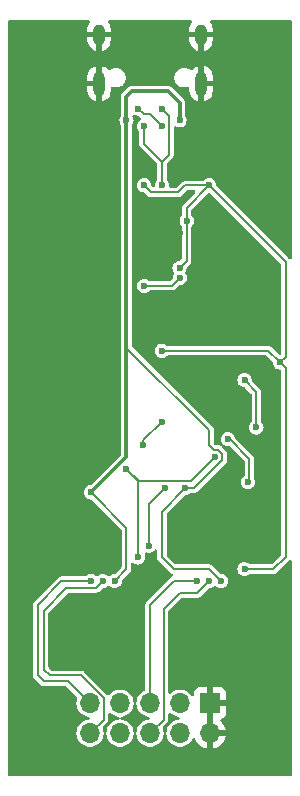
<source format=gbl>
%TF.GenerationSoftware,KiCad,Pcbnew,8.0.8*%
%TF.CreationDate,2025-04-09T23:46:09+08:00*%
%TF.ProjectId,usb-4uart,7573622d-3475-4617-9274-2e6b69636164,rev?*%
%TF.SameCoordinates,Original*%
%TF.FileFunction,Copper,L2,Bot*%
%TF.FilePolarity,Positive*%
%FSLAX46Y46*%
G04 Gerber Fmt 4.6, Leading zero omitted, Abs format (unit mm)*
G04 Created by KiCad (PCBNEW 8.0.8) date 2025-04-09 23:46:09*
%MOMM*%
%LPD*%
G01*
G04 APERTURE LIST*
%TA.AperFunction,ComponentPad*%
%ADD10O,1.000000X2.100000*%
%TD*%
%TA.AperFunction,ComponentPad*%
%ADD11O,1.000000X1.800000*%
%TD*%
%TA.AperFunction,ComponentPad*%
%ADD12R,1.700000X1.700000*%
%TD*%
%TA.AperFunction,ComponentPad*%
%ADD13O,1.700000X1.700000*%
%TD*%
%TA.AperFunction,ViaPad*%
%ADD14C,0.600000*%
%TD*%
%TA.AperFunction,Conductor*%
%ADD15C,0.200000*%
%TD*%
%TA.AperFunction,Conductor*%
%ADD16C,0.300000*%
%TD*%
G04 APERTURE END LIST*
D10*
%TO.P,USB1,1,SHELL*%
%TO.N,GND*%
X36820000Y-24382200D03*
%TO.P,USB1,2,SHELL*%
X28180000Y-24382200D03*
D11*
%TO.P,USB1,3,SHELL*%
X36820000Y-20232200D03*
%TO.P,USB1,4,SHELL*%
X28180000Y-20232200D03*
%TD*%
D12*
%TO.P,J1,1,Pin_1*%
%TO.N,GND*%
X37575000Y-76850000D03*
D13*
%TO.P,J1,2,Pin_2*%
X37575000Y-79390000D03*
%TO.P,J1,3,Pin_3*%
%TO.N,RX4*%
X35035000Y-76850000D03*
%TO.P,J1,4,Pin_4*%
%TO.N,TX4*%
X35035000Y-79390000D03*
%TO.P,J1,5,Pin_5*%
%TO.N,RX3*%
X32495000Y-76850000D03*
%TO.P,J1,6,Pin_6*%
%TO.N,TX3*%
X32495000Y-79390000D03*
%TO.P,J1,7,Pin_7*%
%TO.N,RX2*%
X29955000Y-76850000D03*
%TO.P,J1,8,Pin_8*%
%TO.N,TX2*%
X29955000Y-79390000D03*
%TO.P,J1,9,Pin_9*%
%TO.N,RX1*%
X27415000Y-76850000D03*
%TO.P,J1,10,Pin_10*%
%TO.N,TX1*%
X27415000Y-79390000D03*
%TD*%
D14*
%TO.N,GND*%
X28000500Y-62500000D03*
X36500000Y-43000000D03*
X37000000Y-71500000D03*
X29000000Y-62500000D03*
X29000000Y-70500000D03*
X37000000Y-61500000D03*
X37500000Y-34500000D03*
X36000000Y-70500000D03*
X28000000Y-70500000D03*
X37000000Y-69500000D03*
X39500000Y-43000000D03*
X28000000Y-61500000D03*
X28000000Y-37000000D03*
X41500000Y-21000000D03*
X36500000Y-46000000D03*
X37000000Y-44500000D03*
X42500000Y-49000000D03*
X38000000Y-62500000D03*
X24000000Y-21000000D03*
X37000000Y-70500000D03*
X38000000Y-45500000D03*
X38000000Y-44500000D03*
X35000000Y-37000000D03*
X39000000Y-44500000D03*
X37000000Y-62500000D03*
X28000000Y-63500000D03*
X34500000Y-74000000D03*
X39500000Y-59000000D03*
X41500000Y-76500000D03*
X39500000Y-46000000D03*
X23000000Y-76500000D03*
X28000000Y-69500000D03*
X27000000Y-62500000D03*
X37000000Y-63500000D03*
X27000000Y-70500000D03*
X38000000Y-43500000D03*
X36000000Y-62500000D03*
X35000000Y-48500000D03*
X24500000Y-73500000D03*
X24500000Y-41500000D03*
X31500000Y-66000000D03*
X26500000Y-58000000D03*
X28000000Y-71500000D03*
X34000000Y-39000000D03*
X38000000Y-70500000D03*
%TO.N,+3.3V*%
X30500000Y-57000000D03*
X37500000Y-33000000D03*
X31500000Y-64500000D03*
X38000000Y-56000000D03*
X35000000Y-40000000D03*
X33500000Y-47000000D03*
X43500000Y-48000000D03*
X40500000Y-65500000D03*
X32000000Y-33000000D03*
X35600000Y-36000000D03*
%TO.N,+5V*%
X30500000Y-27500000D03*
X27500000Y-59000000D03*
X29500000Y-66500000D03*
X35000000Y-27500000D03*
X35500000Y-58624265D03*
X38500000Y-66500000D03*
%TO.N,TX1*%
X28500000Y-66500000D03*
%TO.N,SUSP_IND*%
X35024263Y-40824266D03*
X32000000Y-41500000D03*
%TO.N,RX3*%
X36500000Y-66500000D03*
%TO.N,RX1*%
X27500000Y-66500000D03*
%TO.N,TX3*%
X37500000Y-66500000D03*
%TO.N,D1-*%
X33500000Y-53000000D03*
X31900000Y-55000000D03*
%TO.N,D4-*%
X40500000Y-49500000D03*
X41500000Y-53500000D03*
%TO.N,D3-*%
X40775735Y-58124265D03*
X39100000Y-54500000D03*
%TO.N,D2-*%
X32400000Y-63500000D03*
X33724265Y-58624265D03*
%TO.N,USB_IN+*%
X31500000Y-26500000D03*
X33500000Y-28000000D03*
%TO.N,USB_IN-*%
X33500000Y-33000000D03*
X32000000Y-28000000D03*
X33500000Y-26500000D03*
%TD*%
D15*
%TO.N,+3.3V*%
X42944650Y-65500000D02*
X44000000Y-64444650D01*
X43500000Y-48000000D02*
X44000000Y-47500000D01*
X44000000Y-48500000D02*
X43500000Y-48000000D01*
X35600000Y-34900000D02*
X37500000Y-33000000D01*
X42500000Y-47000000D02*
X33500000Y-47000000D01*
X35500000Y-33000000D02*
X37500000Y-33000000D01*
X35600000Y-36000000D02*
X35600000Y-34900000D01*
X32000000Y-33000000D02*
X32600000Y-33600000D01*
X40500000Y-65500000D02*
X42944650Y-65500000D01*
X43500000Y-48000000D02*
X42500000Y-47000000D01*
X44000000Y-64444650D02*
X44000000Y-48500000D01*
X32600000Y-33600000D02*
X34900000Y-33600000D01*
X31500000Y-64500000D02*
X31500000Y-58000000D01*
X34900000Y-33600000D02*
X35500000Y-33000000D01*
X44000000Y-47500000D02*
X44000000Y-39500000D01*
X44000000Y-39500000D02*
X37500000Y-33000000D01*
X30500000Y-57000000D02*
X31524265Y-58024265D01*
X31500000Y-58000000D02*
X30500000Y-57000000D01*
X35000000Y-40000000D02*
X35600000Y-39400000D01*
X35975735Y-58024265D02*
X38000000Y-56000000D01*
X31524265Y-58024265D02*
X35975735Y-58024265D01*
X35600000Y-39400000D02*
X35600000Y-36000000D01*
%TO.N,+5V*%
X37500000Y-55000000D02*
X37500000Y-53748529D01*
X33500000Y-60624265D02*
X33500000Y-64500000D01*
X27500000Y-59000000D02*
X30500000Y-62000000D01*
X35500000Y-58624265D02*
X36224264Y-58624265D01*
X33500000Y-64500000D02*
X34500000Y-65500000D01*
X37500000Y-65500000D02*
X38500000Y-66500000D01*
X30500000Y-62000000D02*
X30500000Y-65500000D01*
X30500000Y-46748529D02*
X30500000Y-46000000D01*
X38600000Y-56248529D02*
X38600000Y-55751471D01*
D16*
X34000000Y-25000000D02*
X35000000Y-26000000D01*
X30500000Y-27500000D02*
X30500000Y-25500000D01*
X30500000Y-25500000D02*
X31000000Y-25000000D01*
X35000000Y-26000000D02*
X35000000Y-27500000D01*
D15*
X35500000Y-58624265D02*
X33500000Y-60624265D01*
D16*
X30500000Y-56000000D02*
X30500000Y-46000000D01*
D15*
X36224264Y-58624265D02*
X38600000Y-56248529D01*
D16*
X30500000Y-27500000D02*
X30500000Y-46000000D01*
D15*
X30500000Y-65500000D02*
X29500000Y-66500000D01*
X34500000Y-65500000D02*
X37500000Y-65500000D01*
X38600000Y-55751471D02*
X38248529Y-55400000D01*
D16*
X31000000Y-25000000D02*
X34000000Y-25000000D01*
D15*
X37900000Y-55400000D02*
X37500000Y-55000000D01*
X38248529Y-55400000D02*
X37900000Y-55400000D01*
D16*
X27500000Y-59000000D02*
X30500000Y-56000000D01*
D15*
X37500000Y-53748529D02*
X30500000Y-46748529D01*
%TO.N,TX1*%
X28565000Y-78240000D02*
X27415000Y-79390000D01*
X27900000Y-67100000D02*
X25400000Y-67100000D01*
X24000000Y-74500000D02*
X26691346Y-74500000D01*
X28500000Y-66500000D02*
X27900000Y-67100000D01*
X26691346Y-74500000D02*
X28565000Y-76373654D01*
X25400000Y-67100000D02*
X23500000Y-69000000D01*
X23500000Y-69000000D02*
X23500000Y-74000000D01*
X28565000Y-76373654D02*
X28565000Y-78240000D01*
X23500000Y-74000000D02*
X24000000Y-74500000D01*
%TO.N,SUSP_IND*%
X35024263Y-40824266D02*
X34348529Y-41500000D01*
X34348529Y-41500000D02*
X32000000Y-41500000D01*
%TO.N,RX3*%
X32495000Y-68505000D02*
X32495000Y-76850000D01*
X36500000Y-66500000D02*
X34500000Y-66500000D01*
X34500000Y-66500000D02*
X32495000Y-68505000D01*
%TO.N,RX1*%
X27500000Y-66500000D02*
X25000000Y-66500000D01*
X25000000Y-66500000D02*
X23000000Y-68500000D01*
X23500000Y-75000000D02*
X25565000Y-75000000D01*
X23000000Y-68500000D02*
X23000000Y-74500000D01*
X25565000Y-75000000D02*
X27415000Y-76850000D01*
X23000000Y-74500000D02*
X23500000Y-75000000D01*
%TO.N,TX3*%
X36500000Y-67500000D02*
X35000000Y-67500000D01*
X37500000Y-66500000D02*
X36500000Y-67500000D01*
X33645000Y-68855000D02*
X33645000Y-78240000D01*
X33645000Y-78240000D02*
X32495000Y-79390000D01*
X35000000Y-67500000D02*
X33645000Y-68855000D01*
%TO.N,D1-*%
X31900000Y-54600000D02*
X33500000Y-53000000D01*
X31900000Y-55000000D02*
X31900000Y-54600000D01*
%TO.N,D4-*%
X40500000Y-49500000D02*
X41500000Y-50500000D01*
X41500000Y-50500000D02*
X41500000Y-53500000D01*
%TO.N,D3-*%
X40900000Y-58000000D02*
X40775735Y-58124265D01*
X39250000Y-54500000D02*
X40900000Y-56150000D01*
X39100000Y-54500000D02*
X39250000Y-54500000D01*
X40900000Y-56150000D02*
X40900000Y-58000000D01*
%TO.N,D2-*%
X32400000Y-59948530D02*
X32400000Y-63500000D01*
X33724265Y-58624265D02*
X32400000Y-59948530D01*
%TO.N,USB_IN+*%
X32500000Y-27000000D02*
X33500000Y-28000000D01*
X31500000Y-26500000D02*
X32000000Y-27000000D01*
X32000000Y-27000000D02*
X32500000Y-27000000D01*
%TO.N,USB_IN-*%
X34100000Y-27100000D02*
X34100000Y-30400000D01*
X32000000Y-29500000D02*
X33500000Y-31000000D01*
X32000000Y-28000000D02*
X32000000Y-29500000D01*
X33500000Y-31000000D02*
X33500000Y-33000000D01*
X33500000Y-26500000D02*
X34100000Y-27100000D01*
X34100000Y-30400000D02*
X33500000Y-31000000D01*
%TD*%
%TA.AperFunction,Conductor*%
%TO.N,GND*%
G36*
X27368085Y-19020185D02*
G01*
X27413840Y-19072989D01*
X27423784Y-19142147D01*
X27404148Y-19193391D01*
X27293814Y-19358515D01*
X27293807Y-19358528D01*
X27218430Y-19540506D01*
X27218427Y-19540518D01*
X27180000Y-19733704D01*
X27180000Y-19982200D01*
X27880000Y-19982200D01*
X27880000Y-20482200D01*
X27180000Y-20482200D01*
X27180000Y-20730695D01*
X27218427Y-20923881D01*
X27218430Y-20923893D01*
X27293807Y-21105871D01*
X27293814Y-21105884D01*
X27403248Y-21269662D01*
X27403251Y-21269666D01*
X27542533Y-21408948D01*
X27542537Y-21408951D01*
X27706315Y-21518385D01*
X27706328Y-21518392D01*
X27888308Y-21593769D01*
X27930000Y-21602062D01*
X27930000Y-20799188D01*
X27939940Y-20816405D01*
X27995795Y-20872260D01*
X28064204Y-20911756D01*
X28140504Y-20932200D01*
X28219496Y-20932200D01*
X28295796Y-20911756D01*
X28364205Y-20872260D01*
X28420060Y-20816405D01*
X28430000Y-20799188D01*
X28430000Y-21602062D01*
X28471690Y-21593769D01*
X28471692Y-21593769D01*
X28653671Y-21518392D01*
X28653684Y-21518385D01*
X28817462Y-21408951D01*
X28817466Y-21408948D01*
X28956748Y-21269666D01*
X28956751Y-21269662D01*
X29066185Y-21105884D01*
X29066192Y-21105871D01*
X29141569Y-20923893D01*
X29141572Y-20923881D01*
X29179999Y-20730695D01*
X29180000Y-20730692D01*
X29180000Y-20482200D01*
X28480000Y-20482200D01*
X28480000Y-19982200D01*
X29180000Y-19982200D01*
X29180000Y-19733708D01*
X29179999Y-19733704D01*
X29141572Y-19540518D01*
X29141569Y-19540506D01*
X29066192Y-19358528D01*
X29066185Y-19358515D01*
X28955852Y-19193391D01*
X28934974Y-19126714D01*
X28953458Y-19059333D01*
X29005437Y-19012643D01*
X29058954Y-19000500D01*
X35941046Y-19000500D01*
X36008085Y-19020185D01*
X36053840Y-19072989D01*
X36063784Y-19142147D01*
X36044148Y-19193391D01*
X35933814Y-19358515D01*
X35933807Y-19358528D01*
X35858430Y-19540506D01*
X35858427Y-19540518D01*
X35820000Y-19733704D01*
X35820000Y-19982200D01*
X36520000Y-19982200D01*
X36520000Y-20482200D01*
X35820000Y-20482200D01*
X35820000Y-20730695D01*
X35858427Y-20923881D01*
X35858430Y-20923893D01*
X35933807Y-21105871D01*
X35933814Y-21105884D01*
X36043248Y-21269662D01*
X36043251Y-21269666D01*
X36182533Y-21408948D01*
X36182537Y-21408951D01*
X36346315Y-21518385D01*
X36346328Y-21518392D01*
X36528308Y-21593769D01*
X36570000Y-21602062D01*
X36570000Y-20799188D01*
X36579940Y-20816405D01*
X36635795Y-20872260D01*
X36704204Y-20911756D01*
X36780504Y-20932200D01*
X36859496Y-20932200D01*
X36935796Y-20911756D01*
X37004205Y-20872260D01*
X37060060Y-20816405D01*
X37070000Y-20799188D01*
X37070000Y-21602062D01*
X37111690Y-21593769D01*
X37111692Y-21593769D01*
X37293671Y-21518392D01*
X37293684Y-21518385D01*
X37457462Y-21408951D01*
X37457466Y-21408948D01*
X37596748Y-21269666D01*
X37596751Y-21269662D01*
X37706185Y-21105884D01*
X37706192Y-21105871D01*
X37781569Y-20923893D01*
X37781572Y-20923881D01*
X37819999Y-20730695D01*
X37820000Y-20730692D01*
X37820000Y-20482200D01*
X37120000Y-20482200D01*
X37120000Y-19982200D01*
X37820000Y-19982200D01*
X37820000Y-19733708D01*
X37819999Y-19733704D01*
X37781572Y-19540518D01*
X37781569Y-19540506D01*
X37706192Y-19358528D01*
X37706185Y-19358515D01*
X37595852Y-19193391D01*
X37574974Y-19126714D01*
X37593458Y-19059333D01*
X37645437Y-19012643D01*
X37698954Y-19000500D01*
X44375500Y-19000500D01*
X44442539Y-19020185D01*
X44488294Y-19072989D01*
X44499500Y-19124500D01*
X44499500Y-39133745D01*
X44479815Y-39200784D01*
X44427011Y-39246539D01*
X44357853Y-39256483D01*
X44294297Y-39227458D01*
X44287819Y-39221426D01*
X38141402Y-33075009D01*
X38107917Y-33013686D01*
X38106144Y-33003513D01*
X38105681Y-32999999D01*
X38085044Y-32843238D01*
X38024536Y-32697159D01*
X37928282Y-32571718D01*
X37802841Y-32475464D01*
X37656762Y-32414956D01*
X37656760Y-32414955D01*
X37500001Y-32394318D01*
X37499999Y-32394318D01*
X37343239Y-32414955D01*
X37343237Y-32414956D01*
X37197160Y-32475463D01*
X37197159Y-32475464D01*
X37071718Y-32571718D01*
X37071716Y-32571720D01*
X37068907Y-32573876D01*
X37003737Y-32599070D01*
X36993420Y-32599500D01*
X35447273Y-32599500D01*
X35345410Y-32626793D01*
X35254087Y-32679520D01*
X35254084Y-32679522D01*
X34770426Y-33163181D01*
X34709103Y-33196666D01*
X34682745Y-33199500D01*
X34220812Y-33199500D01*
X34153773Y-33179815D01*
X34108018Y-33127011D01*
X34097873Y-33059314D01*
X34105220Y-33003513D01*
X34105682Y-33000000D01*
X34085044Y-32843238D01*
X34024536Y-32697159D01*
X34024535Y-32697158D01*
X34024535Y-32697157D01*
X33926124Y-32568905D01*
X33900930Y-32503736D01*
X33900500Y-32493419D01*
X33900500Y-31217255D01*
X33920185Y-31150216D01*
X33936819Y-31129574D01*
X34420480Y-30645913D01*
X34473207Y-30554588D01*
X34500500Y-30452727D01*
X34500500Y-30347273D01*
X34500500Y-28125081D01*
X34520185Y-28058042D01*
X34572989Y-28012287D01*
X34642147Y-28002343D01*
X34689153Y-28022144D01*
X34690119Y-28020472D01*
X34697157Y-28024534D01*
X34697159Y-28024536D01*
X34843238Y-28085044D01*
X34921619Y-28095363D01*
X34999999Y-28105682D01*
X35000000Y-28105682D01*
X35000001Y-28105682D01*
X35052254Y-28098802D01*
X35156762Y-28085044D01*
X35302841Y-28024536D01*
X35428282Y-27928282D01*
X35524536Y-27802841D01*
X35585044Y-27656762D01*
X35605682Y-27500000D01*
X35601808Y-27470577D01*
X35588989Y-27373207D01*
X35585044Y-27343238D01*
X35524536Y-27197159D01*
X35524535Y-27197158D01*
X35524535Y-27197157D01*
X35476124Y-27134066D01*
X35450930Y-27068896D01*
X35450500Y-27058580D01*
X35450500Y-25940693D01*
X35450500Y-25940691D01*
X35419799Y-25826114D01*
X35391220Y-25776614D01*
X35360490Y-25723387D01*
X34276614Y-24639511D01*
X34225250Y-24609856D01*
X34173888Y-24580201D01*
X34161780Y-24576957D01*
X34149673Y-24573713D01*
X34149670Y-24573712D01*
X34111478Y-24563478D01*
X34059309Y-24549500D01*
X30940691Y-24549500D01*
X30850325Y-24573713D01*
X30850324Y-24573712D01*
X30826115Y-24580200D01*
X30826106Y-24580204D01*
X30723392Y-24639505D01*
X30723384Y-24639511D01*
X30139513Y-25223383D01*
X30139509Y-25223389D01*
X30080201Y-25326112D01*
X30080200Y-25326117D01*
X30049500Y-25440691D01*
X30049500Y-27058580D01*
X30029815Y-27125619D01*
X30023876Y-27134066D01*
X29975464Y-27197157D01*
X29914956Y-27343237D01*
X29914955Y-27343239D01*
X29894318Y-27499998D01*
X29894318Y-27500001D01*
X29914955Y-27656760D01*
X29914957Y-27656765D01*
X29975461Y-27802836D01*
X29975464Y-27802841D01*
X30023876Y-27865933D01*
X30049070Y-27931102D01*
X30049500Y-27941419D01*
X30049500Y-55762034D01*
X30029815Y-55829073D01*
X30013181Y-55849715D01*
X27493578Y-58369317D01*
X27432255Y-58402802D01*
X27422084Y-58404575D01*
X27343238Y-58414956D01*
X27197160Y-58475463D01*
X27071718Y-58571718D01*
X26975463Y-58697160D01*
X26914956Y-58843237D01*
X26914955Y-58843239D01*
X26894318Y-58999998D01*
X26894318Y-59000001D01*
X26914955Y-59156760D01*
X26914956Y-59156762D01*
X26975464Y-59302841D01*
X27071718Y-59428282D01*
X27197159Y-59524536D01*
X27343238Y-59585044D01*
X27500000Y-59605682D01*
X27500001Y-59605681D01*
X27503513Y-59606144D01*
X27567410Y-59634410D01*
X27575009Y-59641402D01*
X30063181Y-62129573D01*
X30096666Y-62190896D01*
X30099500Y-62217254D01*
X30099500Y-65282744D01*
X30079815Y-65349783D01*
X30063181Y-65370425D01*
X29575008Y-65858597D01*
X29513685Y-65892082D01*
X29503513Y-65893855D01*
X29343238Y-65914956D01*
X29343237Y-65914956D01*
X29197157Y-65975464D01*
X29075486Y-66068826D01*
X29010317Y-66094020D01*
X28941872Y-66079981D01*
X28924514Y-66068826D01*
X28802842Y-65975464D01*
X28656762Y-65914956D01*
X28656760Y-65914955D01*
X28500001Y-65894318D01*
X28499999Y-65894318D01*
X28343239Y-65914955D01*
X28343237Y-65914956D01*
X28197157Y-65975464D01*
X28075486Y-66068826D01*
X28010317Y-66094020D01*
X27941872Y-66079981D01*
X27924514Y-66068826D01*
X27802842Y-65975464D01*
X27656762Y-65914956D01*
X27656760Y-65914955D01*
X27500001Y-65894318D01*
X27499999Y-65894318D01*
X27343239Y-65914955D01*
X27343237Y-65914956D01*
X27197160Y-65975463D01*
X27197159Y-65975464D01*
X27071718Y-66071718D01*
X27071716Y-66071720D01*
X27068907Y-66073876D01*
X27003737Y-66099070D01*
X26993420Y-66099500D01*
X24947273Y-66099500D01*
X24845410Y-66126793D01*
X24754087Y-66179520D01*
X24754084Y-66179522D01*
X22679522Y-68254084D01*
X22679520Y-68254087D01*
X22626792Y-68345412D01*
X22625452Y-68350412D01*
X22625453Y-68350413D01*
X22599500Y-68447273D01*
X22599500Y-74552726D01*
X22626793Y-74654589D01*
X22653156Y-74700250D01*
X22679520Y-74745913D01*
X22679521Y-74745914D01*
X22679522Y-74745915D01*
X23175179Y-75241571D01*
X23175189Y-75241582D01*
X23254088Y-75320481D01*
X23299750Y-75346843D01*
X23299752Y-75346845D01*
X23334421Y-75366861D01*
X23345412Y-75373207D01*
X23447273Y-75400500D01*
X23552727Y-75400500D01*
X25347745Y-75400500D01*
X25414784Y-75420185D01*
X25435426Y-75436819D01*
X26306805Y-76308198D01*
X26340290Y-76369521D01*
X26338390Y-76429813D01*
X26279244Y-76637687D01*
X26262454Y-76818888D01*
X26259571Y-76850000D01*
X26279244Y-77062310D01*
X26332675Y-77250099D01*
X26337596Y-77267392D01*
X26337596Y-77267394D01*
X26432632Y-77458253D01*
X26504385Y-77553268D01*
X26561128Y-77628407D01*
X26718698Y-77772052D01*
X26899981Y-77884298D01*
X27098802Y-77961321D01*
X27295613Y-77998111D01*
X27357893Y-78029779D01*
X27393166Y-78090092D01*
X27390232Y-78159900D01*
X27350023Y-78217040D01*
X27295613Y-78241888D01*
X27098802Y-78278679D01*
X27098799Y-78278679D01*
X27098799Y-78278680D01*
X26899982Y-78355701D01*
X26899980Y-78355702D01*
X26718699Y-78467947D01*
X26561127Y-78611593D01*
X26432632Y-78781746D01*
X26337596Y-78972605D01*
X26337596Y-78972607D01*
X26279244Y-79177689D01*
X26265671Y-79324174D01*
X26259571Y-79390000D01*
X26279244Y-79602310D01*
X26332675Y-79790099D01*
X26337596Y-79807392D01*
X26337596Y-79807394D01*
X26432632Y-79998253D01*
X26561127Y-80168406D01*
X26561128Y-80168407D01*
X26718698Y-80312052D01*
X26899981Y-80424298D01*
X27098802Y-80501321D01*
X27308390Y-80540500D01*
X27308392Y-80540500D01*
X27521608Y-80540500D01*
X27521610Y-80540500D01*
X27731198Y-80501321D01*
X27930019Y-80424298D01*
X28111302Y-80312052D01*
X28268872Y-80168407D01*
X28397366Y-79998255D01*
X28451270Y-79890000D01*
X28492403Y-79807394D01*
X28492403Y-79807393D01*
X28492405Y-79807389D01*
X28550756Y-79602310D01*
X28561529Y-79486047D01*
X28587315Y-79421111D01*
X28631869Y-79389194D01*
X28595497Y-79368331D01*
X28563307Y-79306318D01*
X28561529Y-79293951D01*
X28560849Y-79286613D01*
X28550756Y-79177690D01*
X28492405Y-78972611D01*
X28491609Y-78969813D01*
X28492195Y-78899946D01*
X28523192Y-78848199D01*
X28810910Y-78560481D01*
X28810913Y-78560480D01*
X28885480Y-78485913D01*
X28938207Y-78394587D01*
X28948626Y-78355702D01*
X28965501Y-78292727D01*
X28965501Y-78187273D01*
X28965501Y-78179678D01*
X28965500Y-78179660D01*
X28965500Y-77785599D01*
X28985185Y-77718560D01*
X29037989Y-77672805D01*
X29107147Y-77662861D01*
X29170703Y-77691886D01*
X29172996Y-77693924D01*
X29258698Y-77772052D01*
X29439981Y-77884298D01*
X29638802Y-77961321D01*
X29835613Y-77998111D01*
X29897893Y-78029779D01*
X29933166Y-78090092D01*
X29930232Y-78159900D01*
X29890023Y-78217040D01*
X29835613Y-78241888D01*
X29638802Y-78278679D01*
X29638799Y-78278679D01*
X29638799Y-78278680D01*
X29439982Y-78355701D01*
X29439980Y-78355702D01*
X29258699Y-78467947D01*
X29101125Y-78611595D01*
X29088684Y-78628070D01*
X29085523Y-78630415D01*
X29077331Y-78643104D01*
X28972633Y-78781746D01*
X28877596Y-78972605D01*
X28877596Y-78972607D01*
X28819244Y-79177689D01*
X28808471Y-79293951D01*
X28782685Y-79358888D01*
X28738130Y-79390804D01*
X28774503Y-79411668D01*
X28806693Y-79473681D01*
X28808470Y-79486047D01*
X28819244Y-79602310D01*
X28872675Y-79790099D01*
X28877596Y-79807392D01*
X28877596Y-79807394D01*
X28972632Y-79998253D01*
X29101127Y-80168406D01*
X29101128Y-80168407D01*
X29258698Y-80312052D01*
X29439981Y-80424298D01*
X29638802Y-80501321D01*
X29848390Y-80540500D01*
X29848392Y-80540500D01*
X30061608Y-80540500D01*
X30061610Y-80540500D01*
X30271198Y-80501321D01*
X30470019Y-80424298D01*
X30651302Y-80312052D01*
X30808872Y-80168407D01*
X30937366Y-79998255D01*
X30991270Y-79890000D01*
X31032403Y-79807394D01*
X31032403Y-79807393D01*
X31032405Y-79807389D01*
X31090756Y-79602310D01*
X31101529Y-79486047D01*
X31127315Y-79421111D01*
X31171869Y-79389194D01*
X31135497Y-79368331D01*
X31103307Y-79306318D01*
X31101529Y-79293951D01*
X31100849Y-79286613D01*
X31090756Y-79177690D01*
X31032405Y-78972611D01*
X31032403Y-78972606D01*
X31032403Y-78972605D01*
X30937367Y-78781746D01*
X30808872Y-78611593D01*
X30752804Y-78560480D01*
X30651302Y-78467948D01*
X30470019Y-78355702D01*
X30470017Y-78355701D01*
X30360718Y-78313359D01*
X30271198Y-78278679D01*
X30074385Y-78241888D01*
X30012106Y-78210221D01*
X29976833Y-78149908D01*
X29979767Y-78080100D01*
X30019976Y-78022960D01*
X30074384Y-77998111D01*
X30271198Y-77961321D01*
X30470019Y-77884298D01*
X30651302Y-77772052D01*
X30808872Y-77628407D01*
X30937366Y-77458255D01*
X30991270Y-77350000D01*
X31032403Y-77267394D01*
X31032403Y-77267393D01*
X31032405Y-77267389D01*
X31090756Y-77062310D01*
X31101529Y-76946047D01*
X31127315Y-76881111D01*
X31171869Y-76849194D01*
X31135497Y-76828331D01*
X31103307Y-76766318D01*
X31101529Y-76753951D01*
X31100849Y-76746613D01*
X31090756Y-76637690D01*
X31032405Y-76432611D01*
X31032403Y-76432606D01*
X31032403Y-76432605D01*
X30937367Y-76241746D01*
X30808872Y-76071593D01*
X30677874Y-75952172D01*
X30651302Y-75927948D01*
X30470019Y-75815702D01*
X30470017Y-75815701D01*
X30320829Y-75757906D01*
X30271198Y-75738679D01*
X30061610Y-75699500D01*
X29848390Y-75699500D01*
X29638802Y-75738679D01*
X29638799Y-75738679D01*
X29638799Y-75738680D01*
X29439982Y-75815701D01*
X29439980Y-75815702D01*
X29258699Y-75927947D01*
X29101128Y-76071592D01*
X29070059Y-76112734D01*
X29013949Y-76154369D01*
X28944237Y-76159059D01*
X28883425Y-76125686D01*
X26937261Y-74179522D01*
X26937259Y-74179520D01*
X26891596Y-74153156D01*
X26845935Y-74126793D01*
X26795003Y-74113146D01*
X26744073Y-74099500D01*
X26744072Y-74099500D01*
X24217254Y-74099500D01*
X24150215Y-74079815D01*
X24129573Y-74063181D01*
X23936819Y-73870426D01*
X23903334Y-73809103D01*
X23900500Y-73782745D01*
X23900500Y-69217254D01*
X23920185Y-69150215D01*
X23936819Y-69129573D01*
X25529573Y-67536819D01*
X25590896Y-67503334D01*
X25617254Y-67500500D01*
X27952725Y-67500500D01*
X27952727Y-67500500D01*
X28054588Y-67473207D01*
X28145913Y-67420480D01*
X28424992Y-67141399D01*
X28486311Y-67107917D01*
X28496485Y-67106144D01*
X28499997Y-67105681D01*
X28500000Y-67105682D01*
X28656762Y-67085044D01*
X28802841Y-67024536D01*
X28924515Y-66931171D01*
X28989683Y-66905979D01*
X29058127Y-66920017D01*
X29075478Y-66931167D01*
X29197159Y-67024536D01*
X29343238Y-67085044D01*
X29421619Y-67095363D01*
X29499999Y-67105682D01*
X29500000Y-67105682D01*
X29500001Y-67105682D01*
X29552254Y-67098802D01*
X29656762Y-67085044D01*
X29802841Y-67024536D01*
X29928282Y-66928282D01*
X30024536Y-66802841D01*
X30085044Y-66656762D01*
X30105682Y-66500000D01*
X30105681Y-66499997D01*
X30106144Y-66496485D01*
X30134410Y-66432589D01*
X30141391Y-66425000D01*
X30735703Y-65830687D01*
X30735708Y-65830684D01*
X30745911Y-65820480D01*
X30745913Y-65820480D01*
X30820480Y-65745913D01*
X30873207Y-65654587D01*
X30900501Y-65552727D01*
X30900501Y-65447273D01*
X30900501Y-65439678D01*
X30900500Y-65439660D01*
X30900500Y-65048348D01*
X30920185Y-64981309D01*
X30972989Y-64935554D01*
X31042147Y-64925610D01*
X31099985Y-64949972D01*
X31133206Y-64975463D01*
X31197157Y-65024535D01*
X31197158Y-65024535D01*
X31197159Y-65024536D01*
X31343238Y-65085044D01*
X31421619Y-65095363D01*
X31499999Y-65105682D01*
X31500000Y-65105682D01*
X31500001Y-65105682D01*
X31552254Y-65098802D01*
X31656762Y-65085044D01*
X31802841Y-65024536D01*
X31928282Y-64928282D01*
X32024536Y-64802841D01*
X32085044Y-64656762D01*
X32105682Y-64500000D01*
X32098740Y-64447273D01*
X32085044Y-64343239D01*
X32085044Y-64343238D01*
X32037743Y-64229045D01*
X32030275Y-64159579D01*
X32061550Y-64097100D01*
X32121638Y-64061447D01*
X32191464Y-64063940D01*
X32199757Y-64067034D01*
X32211066Y-64071718D01*
X32243238Y-64085044D01*
X32321619Y-64095363D01*
X32399999Y-64105682D01*
X32400000Y-64105682D01*
X32400001Y-64105682D01*
X32465187Y-64097100D01*
X32556762Y-64085044D01*
X32702841Y-64024536D01*
X32828282Y-63928282D01*
X32877125Y-63864628D01*
X32933552Y-63823426D01*
X33003298Y-63819271D01*
X33064218Y-63853483D01*
X33096971Y-63915200D01*
X33099500Y-63940115D01*
X33099500Y-64552726D01*
X33126793Y-64654589D01*
X33147563Y-64690563D01*
X33179520Y-64745913D01*
X33179521Y-64745914D01*
X33179522Y-64745915D01*
X34175179Y-65741571D01*
X34175189Y-65741582D01*
X34179519Y-65745912D01*
X34179520Y-65745913D01*
X34254087Y-65820480D01*
X34294768Y-65843967D01*
X34345413Y-65873207D01*
X34371605Y-65880225D01*
X34431265Y-65916591D01*
X34461794Y-65979438D01*
X34453499Y-66048813D01*
X34409013Y-66102691D01*
X34371606Y-66119774D01*
X34363364Y-66121982D01*
X34345410Y-66126793D01*
X34254087Y-66179520D01*
X34254084Y-66179522D01*
X32174522Y-68259084D01*
X32174518Y-68259090D01*
X32121792Y-68350412D01*
X32121793Y-68350413D01*
X32094500Y-68452273D01*
X32094500Y-75686394D01*
X32074815Y-75753433D01*
X32022011Y-75799188D01*
X32015295Y-75802020D01*
X31979987Y-75815698D01*
X31979979Y-75815702D01*
X31798699Y-75927947D01*
X31641127Y-76071593D01*
X31512632Y-76241746D01*
X31417596Y-76432605D01*
X31417596Y-76432607D01*
X31359244Y-76637689D01*
X31348471Y-76753951D01*
X31322685Y-76818888D01*
X31278130Y-76850804D01*
X31314503Y-76871668D01*
X31346693Y-76933681D01*
X31348470Y-76946047D01*
X31359244Y-77062310D01*
X31412675Y-77250099D01*
X31417596Y-77267392D01*
X31417596Y-77267394D01*
X31512632Y-77458253D01*
X31584385Y-77553268D01*
X31641128Y-77628407D01*
X31798698Y-77772052D01*
X31979981Y-77884298D01*
X32178802Y-77961321D01*
X32375613Y-77998111D01*
X32437893Y-78029779D01*
X32473166Y-78090092D01*
X32470232Y-78159900D01*
X32430023Y-78217040D01*
X32375613Y-78241888D01*
X32178802Y-78278679D01*
X32178799Y-78278679D01*
X32178799Y-78278680D01*
X31979982Y-78355701D01*
X31979980Y-78355702D01*
X31798699Y-78467947D01*
X31641127Y-78611593D01*
X31512632Y-78781746D01*
X31417596Y-78972605D01*
X31417596Y-78972607D01*
X31359244Y-79177689D01*
X31348471Y-79293951D01*
X31322685Y-79358888D01*
X31278130Y-79390804D01*
X31314503Y-79411668D01*
X31346693Y-79473681D01*
X31348470Y-79486047D01*
X31359244Y-79602310D01*
X31412675Y-79790099D01*
X31417596Y-79807392D01*
X31417596Y-79807394D01*
X31512632Y-79998253D01*
X31641127Y-80168406D01*
X31641128Y-80168407D01*
X31798698Y-80312052D01*
X31979981Y-80424298D01*
X32178802Y-80501321D01*
X32388390Y-80540500D01*
X32388392Y-80540500D01*
X32601608Y-80540500D01*
X32601610Y-80540500D01*
X32811198Y-80501321D01*
X33010019Y-80424298D01*
X33191302Y-80312052D01*
X33348872Y-80168407D01*
X33477366Y-79998255D01*
X33531270Y-79890000D01*
X33572403Y-79807394D01*
X33572403Y-79807393D01*
X33572405Y-79807389D01*
X33630756Y-79602310D01*
X33641529Y-79486047D01*
X33667315Y-79421111D01*
X33711869Y-79389194D01*
X33675497Y-79368331D01*
X33643307Y-79306318D01*
X33641529Y-79293951D01*
X33640849Y-79286613D01*
X33630756Y-79177690D01*
X33572405Y-78972611D01*
X33571609Y-78969813D01*
X33572195Y-78899946D01*
X33603192Y-78848199D01*
X33890910Y-78560481D01*
X33890913Y-78560480D01*
X33965480Y-78485913D01*
X34018207Y-78394587D01*
X34028626Y-78355702D01*
X34045501Y-78292727D01*
X34045501Y-78187273D01*
X34045501Y-78179678D01*
X34045500Y-78179660D01*
X34045500Y-77785599D01*
X34065185Y-77718560D01*
X34117989Y-77672805D01*
X34187147Y-77662861D01*
X34250703Y-77691886D01*
X34252996Y-77693924D01*
X34338698Y-77772052D01*
X34519981Y-77884298D01*
X34718802Y-77961321D01*
X34915613Y-77998111D01*
X34977893Y-78029779D01*
X35013166Y-78090092D01*
X35010232Y-78159900D01*
X34970023Y-78217040D01*
X34915613Y-78241888D01*
X34718802Y-78278679D01*
X34718799Y-78278679D01*
X34718799Y-78278680D01*
X34519982Y-78355701D01*
X34519980Y-78355702D01*
X34338699Y-78467947D01*
X34181125Y-78611595D01*
X34168684Y-78628070D01*
X34165523Y-78630415D01*
X34157331Y-78643104D01*
X34052633Y-78781746D01*
X33957596Y-78972605D01*
X33957596Y-78972607D01*
X33899244Y-79177689D01*
X33888471Y-79293951D01*
X33862685Y-79358888D01*
X33818130Y-79390804D01*
X33854503Y-79411668D01*
X33886693Y-79473681D01*
X33888470Y-79486047D01*
X33899244Y-79602310D01*
X33952675Y-79790099D01*
X33957596Y-79807392D01*
X33957596Y-79807394D01*
X34052632Y-79998253D01*
X34181127Y-80168406D01*
X34181128Y-80168407D01*
X34338698Y-80312052D01*
X34519981Y-80424298D01*
X34718802Y-80501321D01*
X34928390Y-80540500D01*
X34928392Y-80540500D01*
X35141608Y-80540500D01*
X35141610Y-80540500D01*
X35351198Y-80501321D01*
X35550019Y-80424298D01*
X35731302Y-80312052D01*
X35888872Y-80168407D01*
X36017366Y-79998255D01*
X36084325Y-79863781D01*
X36131825Y-79812548D01*
X36199488Y-79795126D01*
X36265828Y-79817051D01*
X36307705Y-79866651D01*
X36401399Y-80067578D01*
X36536894Y-80261082D01*
X36703917Y-80428105D01*
X36897421Y-80563600D01*
X37111507Y-80663429D01*
X37111516Y-80663433D01*
X37325000Y-80720634D01*
X37325000Y-79823012D01*
X37382007Y-79855925D01*
X37509174Y-79890000D01*
X37640826Y-79890000D01*
X37767993Y-79855925D01*
X37825000Y-79823012D01*
X37825000Y-80720633D01*
X38038483Y-80663433D01*
X38038492Y-80663429D01*
X38252578Y-80563600D01*
X38446082Y-80428105D01*
X38613105Y-80261082D01*
X38748600Y-80067578D01*
X38848429Y-79853492D01*
X38848432Y-79853486D01*
X38905636Y-79640000D01*
X38008012Y-79640000D01*
X38040925Y-79582993D01*
X38075000Y-79455826D01*
X38075000Y-79324174D01*
X38040925Y-79197007D01*
X38008012Y-79140000D01*
X38905636Y-79140000D01*
X38905635Y-79139999D01*
X38848432Y-78926513D01*
X38848429Y-78926507D01*
X38748600Y-78712422D01*
X38748599Y-78712420D01*
X38613113Y-78518926D01*
X38613108Y-78518920D01*
X38490665Y-78396477D01*
X38457180Y-78335154D01*
X38462164Y-78265462D01*
X38504036Y-78209529D01*
X38535013Y-78192614D01*
X38667086Y-78143354D01*
X38667093Y-78143350D01*
X38782187Y-78057190D01*
X38782190Y-78057187D01*
X38868350Y-77942093D01*
X38868354Y-77942086D01*
X38918596Y-77807379D01*
X38918598Y-77807372D01*
X38924999Y-77747844D01*
X38925000Y-77747827D01*
X38925000Y-77100000D01*
X38008012Y-77100000D01*
X38040925Y-77042993D01*
X38075000Y-76915826D01*
X38075000Y-76784174D01*
X38040925Y-76657007D01*
X38008012Y-76600000D01*
X38925000Y-76600000D01*
X38925000Y-75952172D01*
X38924999Y-75952155D01*
X38918598Y-75892627D01*
X38918596Y-75892620D01*
X38868354Y-75757913D01*
X38868350Y-75757906D01*
X38782190Y-75642812D01*
X38782187Y-75642809D01*
X38667093Y-75556649D01*
X38667086Y-75556645D01*
X38532379Y-75506403D01*
X38532372Y-75506401D01*
X38472844Y-75500000D01*
X37825000Y-75500000D01*
X37825000Y-76416988D01*
X37767993Y-76384075D01*
X37640826Y-76350000D01*
X37509174Y-76350000D01*
X37382007Y-76384075D01*
X37325000Y-76416988D01*
X37325000Y-75500000D01*
X36677155Y-75500000D01*
X36617627Y-75506401D01*
X36617620Y-75506403D01*
X36482913Y-75556645D01*
X36482906Y-75556649D01*
X36367812Y-75642809D01*
X36367809Y-75642812D01*
X36281649Y-75757906D01*
X36281645Y-75757913D01*
X36231403Y-75892620D01*
X36231401Y-75892627D01*
X36225000Y-75952155D01*
X36225000Y-76146731D01*
X36205315Y-76213770D01*
X36152511Y-76259525D01*
X36083353Y-76269469D01*
X36019797Y-76240444D01*
X36002046Y-76221458D01*
X35888872Y-76071593D01*
X35757874Y-75952172D01*
X35731302Y-75927948D01*
X35550019Y-75815702D01*
X35550017Y-75815701D01*
X35400829Y-75757906D01*
X35351198Y-75738679D01*
X35141610Y-75699500D01*
X34928390Y-75699500D01*
X34718802Y-75738679D01*
X34718799Y-75738679D01*
X34718799Y-75738680D01*
X34519982Y-75815701D01*
X34519980Y-75815702D01*
X34338696Y-75927949D01*
X34253038Y-76006037D01*
X34190234Y-76036654D01*
X34120847Y-76028456D01*
X34066907Y-75984047D01*
X34045539Y-75917524D01*
X34045500Y-75914400D01*
X34045500Y-69072255D01*
X34065185Y-69005216D01*
X34081819Y-68984574D01*
X35129574Y-67936819D01*
X35190897Y-67903334D01*
X35217255Y-67900500D01*
X36552725Y-67900500D01*
X36552727Y-67900500D01*
X36654588Y-67873207D01*
X36745913Y-67820480D01*
X37424991Y-67141400D01*
X37486312Y-67107917D01*
X37496485Y-67106144D01*
X37499997Y-67105681D01*
X37500000Y-67105682D01*
X37656762Y-67085044D01*
X37802841Y-67024536D01*
X37924515Y-66931171D01*
X37989683Y-66905979D01*
X38058127Y-66920017D01*
X38075478Y-66931167D01*
X38197159Y-67024536D01*
X38343238Y-67085044D01*
X38421619Y-67095363D01*
X38499999Y-67105682D01*
X38500000Y-67105682D01*
X38500001Y-67105682D01*
X38552254Y-67098802D01*
X38656762Y-67085044D01*
X38802841Y-67024536D01*
X38928282Y-66928282D01*
X39024536Y-66802841D01*
X39085044Y-66656762D01*
X39105682Y-66500000D01*
X39085044Y-66343238D01*
X39024536Y-66197159D01*
X38928282Y-66071718D01*
X38802841Y-65975464D01*
X38656762Y-65914956D01*
X38600577Y-65907559D01*
X38496485Y-65893855D01*
X38432589Y-65865588D01*
X38424990Y-65858597D01*
X37745915Y-65179522D01*
X37745913Y-65179520D01*
X37700250Y-65153156D01*
X37654589Y-65126793D01*
X37603657Y-65113146D01*
X37552727Y-65099500D01*
X37552726Y-65099500D01*
X34717254Y-65099500D01*
X34650215Y-65079815D01*
X34629573Y-65063181D01*
X33936819Y-64370426D01*
X33903334Y-64309103D01*
X33900500Y-64282745D01*
X33900500Y-60841519D01*
X33920185Y-60774480D01*
X33936814Y-60753843D01*
X35424991Y-59265665D01*
X35486312Y-59232182D01*
X35496485Y-59230409D01*
X35499997Y-59229946D01*
X35500000Y-59229947D01*
X35656762Y-59209309D01*
X35802841Y-59148801D01*
X35928282Y-59052547D01*
X35928283Y-59052544D01*
X35931093Y-59050389D01*
X35996263Y-59025195D01*
X36006580Y-59024765D01*
X36276989Y-59024765D01*
X36276991Y-59024765D01*
X36378852Y-58997472D01*
X36470177Y-58944745D01*
X38920480Y-56494442D01*
X38973207Y-56403117D01*
X39000500Y-56301256D01*
X39000500Y-56195802D01*
X39000500Y-55698744D01*
X38986344Y-55645912D01*
X38973207Y-55596883D01*
X38920480Y-55505558D01*
X38597559Y-55182637D01*
X38564074Y-55121314D01*
X38566949Y-55081109D01*
X38535829Y-55088269D01*
X38481202Y-55071875D01*
X38403120Y-55026794D01*
X38403117Y-55026793D01*
X38301256Y-54999500D01*
X38301255Y-54999500D01*
X38117255Y-54999500D01*
X38050216Y-54979815D01*
X38029574Y-54963181D01*
X37936819Y-54870426D01*
X37903334Y-54809103D01*
X37900500Y-54782745D01*
X37900500Y-54499998D01*
X38494318Y-54499998D01*
X38494318Y-54500001D01*
X38514955Y-54656760D01*
X38514956Y-54656762D01*
X38575464Y-54802842D01*
X38641577Y-54889001D01*
X38666772Y-54954170D01*
X38662176Y-54976574D01*
X38676394Y-54971272D01*
X38744667Y-54986124D01*
X38760719Y-54996575D01*
X38797159Y-55024536D01*
X38943238Y-55085044D01*
X38993355Y-55091642D01*
X39099999Y-55105682D01*
X39100000Y-55105682D01*
X39206642Y-55091642D01*
X39275675Y-55102407D01*
X39310507Y-55126900D01*
X40463181Y-56279574D01*
X40496666Y-56340897D01*
X40499500Y-56367255D01*
X40499500Y-57518163D01*
X40479815Y-57585202D01*
X40450987Y-57616539D01*
X40347453Y-57695983D01*
X40251198Y-57821425D01*
X40190691Y-57967502D01*
X40190690Y-57967504D01*
X40170053Y-58124263D01*
X40170053Y-58124266D01*
X40190690Y-58281025D01*
X40190691Y-58281027D01*
X40251199Y-58427106D01*
X40347453Y-58552547D01*
X40472894Y-58648801D01*
X40618973Y-58709309D01*
X40697354Y-58719628D01*
X40775734Y-58729947D01*
X40775735Y-58729947D01*
X40775736Y-58729947D01*
X40827989Y-58723067D01*
X40932497Y-58709309D01*
X41078576Y-58648801D01*
X41204017Y-58552547D01*
X41300271Y-58427106D01*
X41360779Y-58281027D01*
X41381417Y-58124265D01*
X41360779Y-57967503D01*
X41345105Y-57929663D01*
X41309939Y-57844762D01*
X41300500Y-57797310D01*
X41300500Y-56097275D01*
X41300500Y-56097273D01*
X41273207Y-55995413D01*
X41220480Y-55904087D01*
X41145913Y-55829520D01*
X39717840Y-54401447D01*
X39688490Y-54350609D01*
X39688155Y-54350748D01*
X39687099Y-54348200D01*
X39685744Y-54345852D01*
X39685044Y-54343244D01*
X39685044Y-54343238D01*
X39624536Y-54197159D01*
X39528282Y-54071718D01*
X39402841Y-53975464D01*
X39379471Y-53965784D01*
X39256762Y-53914956D01*
X39256760Y-53914955D01*
X39100001Y-53894318D01*
X39099999Y-53894318D01*
X38943239Y-53914955D01*
X38943237Y-53914956D01*
X38797160Y-53975463D01*
X38671718Y-54071718D01*
X38575463Y-54197160D01*
X38514956Y-54343237D01*
X38514955Y-54343239D01*
X38494318Y-54499998D01*
X37900500Y-54499998D01*
X37900500Y-53695804D01*
X37900500Y-53695802D01*
X37873207Y-53593942D01*
X37873207Y-53593941D01*
X37820480Y-53502616D01*
X33817862Y-49499998D01*
X39894318Y-49499998D01*
X39894318Y-49500001D01*
X39914955Y-49656760D01*
X39914956Y-49656762D01*
X39975464Y-49802841D01*
X40071718Y-49928282D01*
X40197159Y-50024536D01*
X40343238Y-50085044D01*
X40500000Y-50105682D01*
X40500001Y-50105681D01*
X40503513Y-50106144D01*
X40567410Y-50134410D01*
X40575009Y-50141402D01*
X41063181Y-50629573D01*
X41096666Y-50690896D01*
X41099500Y-50717254D01*
X41099500Y-52993419D01*
X41079815Y-53060458D01*
X41073876Y-53068905D01*
X40975464Y-53197157D01*
X40914956Y-53343237D01*
X40914955Y-53343239D01*
X40894318Y-53499998D01*
X40894318Y-53500001D01*
X40914955Y-53656760D01*
X40914956Y-53656762D01*
X40975464Y-53802841D01*
X41071718Y-53928282D01*
X41197159Y-54024536D01*
X41343238Y-54085044D01*
X41421619Y-54095363D01*
X41499999Y-54105682D01*
X41500000Y-54105682D01*
X41500001Y-54105682D01*
X41552254Y-54098802D01*
X41656762Y-54085044D01*
X41802841Y-54024536D01*
X41928282Y-53928282D01*
X42024536Y-53802841D01*
X42085044Y-53656762D01*
X42105682Y-53500000D01*
X42085044Y-53343238D01*
X42024536Y-53197159D01*
X42024535Y-53197158D01*
X42024535Y-53197157D01*
X41926124Y-53068905D01*
X41900930Y-53003736D01*
X41900500Y-52993419D01*
X41900500Y-50562729D01*
X41900501Y-50562716D01*
X41900501Y-50447274D01*
X41900501Y-50447273D01*
X41873207Y-50345413D01*
X41820480Y-50254087D01*
X41745913Y-50179520D01*
X41745912Y-50179519D01*
X41741582Y-50175189D01*
X41741571Y-50175179D01*
X41141402Y-49575009D01*
X41107917Y-49513686D01*
X41106144Y-49503513D01*
X41105681Y-49499998D01*
X41085044Y-49343238D01*
X41024536Y-49197159D01*
X40928282Y-49071718D01*
X40802841Y-48975464D01*
X40656762Y-48914956D01*
X40656760Y-48914955D01*
X40500001Y-48894318D01*
X40499999Y-48894318D01*
X40343239Y-48914955D01*
X40343237Y-48914956D01*
X40197160Y-48975463D01*
X40071718Y-49071718D01*
X39975463Y-49197160D01*
X39914956Y-49343237D01*
X39914955Y-49343239D01*
X39894318Y-49499998D01*
X33817862Y-49499998D01*
X30986819Y-46668955D01*
X30953334Y-46607632D01*
X30950500Y-46581274D01*
X30950500Y-27941419D01*
X30970185Y-27874380D01*
X30976124Y-27865933D01*
X30999500Y-27835468D01*
X31024536Y-27802841D01*
X31085044Y-27656762D01*
X31105682Y-27500000D01*
X31101808Y-27470577D01*
X31088989Y-27373207D01*
X31085044Y-27343238D01*
X31024536Y-27197159D01*
X31024534Y-27197156D01*
X31020472Y-27190119D01*
X31023228Y-27188527D01*
X31003429Y-27137320D01*
X31017465Y-27068875D01*
X31066278Y-27018884D01*
X31134369Y-27003218D01*
X31188787Y-27022778D01*
X31190119Y-27020472D01*
X31197157Y-27024534D01*
X31197159Y-27024536D01*
X31343238Y-27085044D01*
X31500000Y-27105682D01*
X31500001Y-27105681D01*
X31503512Y-27106144D01*
X31567409Y-27134410D01*
X31575008Y-27141401D01*
X31675184Y-27241576D01*
X31675205Y-27241599D01*
X31717236Y-27283629D01*
X31750722Y-27344951D01*
X31745738Y-27414643D01*
X31703868Y-27470577D01*
X31701445Y-27472175D01*
X31571718Y-27571718D01*
X31475463Y-27697160D01*
X31414956Y-27843237D01*
X31414955Y-27843239D01*
X31394318Y-27999998D01*
X31394318Y-28000001D01*
X31414955Y-28156760D01*
X31414956Y-28156761D01*
X31414956Y-28156762D01*
X31475464Y-28302841D01*
X31571718Y-28428282D01*
X31571720Y-28428283D01*
X31573876Y-28431093D01*
X31599070Y-28496263D01*
X31599500Y-28506580D01*
X31599500Y-29552726D01*
X31626793Y-29654589D01*
X31653156Y-29700250D01*
X31679520Y-29745913D01*
X31679522Y-29745915D01*
X33063181Y-31129574D01*
X33096666Y-31190897D01*
X33099500Y-31217255D01*
X33099500Y-32493419D01*
X33079815Y-32560458D01*
X33073876Y-32568905D01*
X32975464Y-32697157D01*
X32914956Y-32843237D01*
X32914955Y-32843239D01*
X32894318Y-32999998D01*
X32894318Y-33000002D01*
X32896355Y-33015477D01*
X32885589Y-33084512D01*
X32839208Y-33136768D01*
X32771939Y-33155652D01*
X32705139Y-33135170D01*
X32685735Y-33119342D01*
X32641402Y-33075009D01*
X32607917Y-33013686D01*
X32606144Y-33003513D01*
X32605681Y-32999999D01*
X32585044Y-32843238D01*
X32524536Y-32697159D01*
X32428282Y-32571718D01*
X32302841Y-32475464D01*
X32156762Y-32414956D01*
X32156760Y-32414955D01*
X32000001Y-32394318D01*
X31999999Y-32394318D01*
X31843239Y-32414955D01*
X31843237Y-32414956D01*
X31697160Y-32475463D01*
X31571718Y-32571718D01*
X31475463Y-32697160D01*
X31414956Y-32843237D01*
X31414955Y-32843239D01*
X31394318Y-32999998D01*
X31394318Y-33000001D01*
X31414955Y-33156760D01*
X31414956Y-33156762D01*
X31475464Y-33302841D01*
X31571718Y-33428282D01*
X31697159Y-33524536D01*
X31843238Y-33585044D01*
X32000000Y-33605682D01*
X32000001Y-33605681D01*
X32003513Y-33606144D01*
X32067410Y-33634410D01*
X32075009Y-33641402D01*
X32354087Y-33920480D01*
X32445412Y-33973207D01*
X32547273Y-34000500D01*
X32547275Y-34000500D01*
X34952725Y-34000500D01*
X34952727Y-34000500D01*
X35054588Y-33973207D01*
X35145913Y-33920480D01*
X35629574Y-33436819D01*
X35690897Y-33403334D01*
X35717255Y-33400500D01*
X36233746Y-33400500D01*
X36300785Y-33420185D01*
X36346540Y-33472989D01*
X36356484Y-33542147D01*
X36327459Y-33605703D01*
X36321427Y-33612181D01*
X35279522Y-34654084D01*
X35279518Y-34654090D01*
X35226792Y-34745412D01*
X35226793Y-34745413D01*
X35199500Y-34847273D01*
X35199500Y-35493419D01*
X35179815Y-35560458D01*
X35173876Y-35568905D01*
X35075464Y-35697157D01*
X35014956Y-35843237D01*
X35014955Y-35843239D01*
X34994318Y-35999998D01*
X34994318Y-36000001D01*
X35014955Y-36156760D01*
X35014956Y-36156762D01*
X35075464Y-36302841D01*
X35171718Y-36428282D01*
X35171720Y-36428283D01*
X35173876Y-36431093D01*
X35199070Y-36496263D01*
X35199500Y-36506580D01*
X35199500Y-39182743D01*
X35179815Y-39249782D01*
X35163181Y-39270425D01*
X35075007Y-39358598D01*
X35013683Y-39392082D01*
X35003512Y-39393855D01*
X34843238Y-39414956D01*
X34843237Y-39414956D01*
X34697160Y-39475463D01*
X34571718Y-39571718D01*
X34475463Y-39697160D01*
X34414956Y-39843237D01*
X34414955Y-39843239D01*
X34394318Y-39999998D01*
X34394318Y-40000001D01*
X34414955Y-40156760D01*
X34414956Y-40156762D01*
X34475464Y-40302842D01*
X34513535Y-40352457D01*
X34538729Y-40417626D01*
X34524690Y-40486071D01*
X34513536Y-40503428D01*
X34499727Y-40521424D01*
X34439219Y-40667503D01*
X34439219Y-40667504D01*
X34418118Y-40827779D01*
X34389851Y-40891675D01*
X34382861Y-40899274D01*
X34218953Y-41063182D01*
X34157633Y-41096666D01*
X34131274Y-41099500D01*
X32506580Y-41099500D01*
X32439541Y-41079815D01*
X32431093Y-41073876D01*
X32428283Y-41071720D01*
X32428282Y-41071718D01*
X32302841Y-40975464D01*
X32156762Y-40914956D01*
X32156760Y-40914955D01*
X32000001Y-40894318D01*
X31999999Y-40894318D01*
X31843239Y-40914955D01*
X31843237Y-40914956D01*
X31697160Y-40975463D01*
X31571718Y-41071718D01*
X31475463Y-41197160D01*
X31414956Y-41343237D01*
X31414955Y-41343239D01*
X31394318Y-41499998D01*
X31394318Y-41500001D01*
X31414955Y-41656760D01*
X31414956Y-41656762D01*
X31475464Y-41802841D01*
X31571718Y-41928282D01*
X31697159Y-42024536D01*
X31843238Y-42085044D01*
X31921619Y-42095363D01*
X31999999Y-42105682D01*
X32000000Y-42105682D01*
X32000001Y-42105682D01*
X32052254Y-42098802D01*
X32156762Y-42085044D01*
X32302841Y-42024536D01*
X32428282Y-41928282D01*
X32428283Y-41928279D01*
X32431093Y-41926124D01*
X32496263Y-41900930D01*
X32506580Y-41900500D01*
X34401254Y-41900500D01*
X34401256Y-41900500D01*
X34503117Y-41873207D01*
X34594442Y-41820480D01*
X34949254Y-41465666D01*
X35010575Y-41432183D01*
X35020748Y-41430410D01*
X35024260Y-41429947D01*
X35024263Y-41429948D01*
X35181025Y-41409310D01*
X35327104Y-41348802D01*
X35452545Y-41252548D01*
X35548799Y-41127107D01*
X35609307Y-40981028D01*
X35629945Y-40824266D01*
X35609307Y-40667504D01*
X35548799Y-40521425D01*
X35548798Y-40521424D01*
X35548798Y-40521423D01*
X35510727Y-40471808D01*
X35485533Y-40406639D01*
X35499571Y-40338194D01*
X35510723Y-40320842D01*
X35524536Y-40302841D01*
X35585044Y-40156762D01*
X35605682Y-40000000D01*
X35605681Y-39999997D01*
X35606144Y-39996485D01*
X35634410Y-39932589D01*
X35641377Y-39925014D01*
X35920480Y-39645913D01*
X35973207Y-39554588D01*
X36000500Y-39452727D01*
X36000500Y-39347273D01*
X36000500Y-36506580D01*
X36020185Y-36439541D01*
X36026124Y-36431093D01*
X36028279Y-36428283D01*
X36028282Y-36428282D01*
X36124536Y-36302841D01*
X36185044Y-36156762D01*
X36205682Y-36000000D01*
X36185044Y-35843238D01*
X36124536Y-35697159D01*
X36124535Y-35697158D01*
X36124535Y-35697157D01*
X36026124Y-35568905D01*
X36000930Y-35503736D01*
X36000500Y-35493419D01*
X36000500Y-35117253D01*
X36020185Y-35050214D01*
X36036814Y-35029577D01*
X37412318Y-33654072D01*
X37473641Y-33620588D01*
X37543333Y-33625572D01*
X37587680Y-33654073D01*
X43563181Y-39629574D01*
X43596666Y-39690897D01*
X43599500Y-39717255D01*
X43599500Y-47233745D01*
X43579815Y-47300784D01*
X43527011Y-47346539D01*
X43457853Y-47356483D01*
X43394297Y-47327458D01*
X43387819Y-47321426D01*
X42745915Y-46679522D01*
X42745913Y-46679520D01*
X42700250Y-46653156D01*
X42654589Y-46626793D01*
X42603657Y-46613146D01*
X42552727Y-46599500D01*
X42552726Y-46599500D01*
X34006580Y-46599500D01*
X33939541Y-46579815D01*
X33931093Y-46573876D01*
X33928283Y-46571720D01*
X33928282Y-46571718D01*
X33802841Y-46475464D01*
X33656762Y-46414956D01*
X33656760Y-46414955D01*
X33500001Y-46394318D01*
X33499999Y-46394318D01*
X33343239Y-46414955D01*
X33343237Y-46414956D01*
X33197160Y-46475463D01*
X33071718Y-46571718D01*
X32975463Y-46697160D01*
X32914956Y-46843237D01*
X32914955Y-46843239D01*
X32894318Y-46999998D01*
X32894318Y-47000001D01*
X32914955Y-47156760D01*
X32914956Y-47156762D01*
X32975464Y-47302841D01*
X33071718Y-47428282D01*
X33197159Y-47524536D01*
X33343238Y-47585044D01*
X33421619Y-47595363D01*
X33499999Y-47605682D01*
X33500000Y-47605682D01*
X33500001Y-47605682D01*
X33552254Y-47598802D01*
X33656762Y-47585044D01*
X33802841Y-47524536D01*
X33928282Y-47428282D01*
X33928283Y-47428279D01*
X33931093Y-47426124D01*
X33996263Y-47400930D01*
X34006580Y-47400500D01*
X42282745Y-47400500D01*
X42349784Y-47420185D01*
X42370426Y-47436819D01*
X42858597Y-47924990D01*
X42892082Y-47986313D01*
X42893855Y-47996485D01*
X42914956Y-48156761D01*
X42914956Y-48156762D01*
X42974183Y-48299750D01*
X42975464Y-48302841D01*
X43071718Y-48428282D01*
X43197159Y-48524536D01*
X43343238Y-48585044D01*
X43491686Y-48604587D01*
X43555582Y-48632853D01*
X43594053Y-48691178D01*
X43599500Y-48727526D01*
X43599500Y-64227395D01*
X43579815Y-64294434D01*
X43563181Y-64315076D01*
X42815076Y-65063181D01*
X42753753Y-65096666D01*
X42727395Y-65099500D01*
X41006580Y-65099500D01*
X40939541Y-65079815D01*
X40931093Y-65073876D01*
X40928283Y-65071720D01*
X40928282Y-65071718D01*
X40802841Y-64975464D01*
X40741300Y-64949973D01*
X40656762Y-64914956D01*
X40656760Y-64914955D01*
X40500001Y-64894318D01*
X40499999Y-64894318D01*
X40343239Y-64914955D01*
X40343237Y-64914956D01*
X40197160Y-64975463D01*
X40071718Y-65071718D01*
X39975463Y-65197160D01*
X39914956Y-65343237D01*
X39914955Y-65343239D01*
X39894318Y-65499998D01*
X39894318Y-65500001D01*
X39914955Y-65656760D01*
X39914956Y-65656762D01*
X39975464Y-65802841D01*
X40071718Y-65928282D01*
X40197159Y-66024536D01*
X40343238Y-66085044D01*
X40411418Y-66094020D01*
X40499999Y-66105682D01*
X40500000Y-66105682D01*
X40500001Y-66105682D01*
X40552254Y-66098802D01*
X40656762Y-66085044D01*
X40802841Y-66024536D01*
X40928282Y-65928282D01*
X40928283Y-65928279D01*
X40931093Y-65926124D01*
X40996263Y-65900930D01*
X41006580Y-65900500D01*
X42997375Y-65900500D01*
X42997377Y-65900500D01*
X43099238Y-65873207D01*
X43190563Y-65820480D01*
X44287819Y-64723224D01*
X44349142Y-64689739D01*
X44418834Y-64694723D01*
X44474767Y-64736595D01*
X44499184Y-64802059D01*
X44499500Y-64810905D01*
X44499500Y-82875500D01*
X44479815Y-82942539D01*
X44427011Y-82988294D01*
X44375500Y-82999500D01*
X20624500Y-82999500D01*
X20557461Y-82979815D01*
X20511706Y-82927011D01*
X20500500Y-82875500D01*
X20500500Y-23733704D01*
X27180000Y-23733704D01*
X27180000Y-24132200D01*
X27880000Y-24132200D01*
X27880000Y-24632200D01*
X27180000Y-24632200D01*
X27180000Y-25030695D01*
X27218427Y-25223881D01*
X27218430Y-25223893D01*
X27293807Y-25405871D01*
X27293814Y-25405884D01*
X27403248Y-25569662D01*
X27403251Y-25569666D01*
X27542533Y-25708948D01*
X27542537Y-25708951D01*
X27706315Y-25818385D01*
X27706328Y-25818392D01*
X27888308Y-25893769D01*
X27930000Y-25902062D01*
X27930000Y-25099188D01*
X27939940Y-25116405D01*
X27995795Y-25172260D01*
X28064204Y-25211756D01*
X28140504Y-25232200D01*
X28219496Y-25232200D01*
X28295796Y-25211756D01*
X28364205Y-25172260D01*
X28420060Y-25116405D01*
X28430000Y-25099188D01*
X28430000Y-25902062D01*
X28471690Y-25893769D01*
X28471692Y-25893769D01*
X28653671Y-25818392D01*
X28653684Y-25818385D01*
X28817462Y-25708951D01*
X28817466Y-25708948D01*
X28956748Y-25569666D01*
X28956751Y-25569662D01*
X29066185Y-25405884D01*
X29066192Y-25405871D01*
X29141569Y-25223893D01*
X29141572Y-25223881D01*
X29179999Y-25030695D01*
X29180000Y-25030692D01*
X29180000Y-24781828D01*
X29199685Y-24714789D01*
X29252489Y-24669034D01*
X29321647Y-24659090D01*
X29346410Y-24665306D01*
X29380669Y-24677776D01*
X29411142Y-24687785D01*
X29411143Y-24687785D01*
X29411148Y-24687787D01*
X29553564Y-24708263D01*
X29553567Y-24708263D01*
X29666423Y-24708263D01*
X29666436Y-24708263D01*
X29698500Y-24707245D01*
X29839331Y-24677776D01*
X29945395Y-24639171D01*
X29975171Y-24627251D01*
X30097429Y-24551393D01*
X30183893Y-24478841D01*
X30207797Y-24457455D01*
X30296739Y-24344358D01*
X30353175Y-24246609D01*
X30368325Y-24218333D01*
X30413220Y-24081636D01*
X30432820Y-23970479D01*
X30437385Y-23938729D01*
X30433828Y-23826666D01*
X34562615Y-23826666D01*
X34562615Y-23826668D01*
X34567180Y-23970481D01*
X34586779Y-24081633D01*
X34593349Y-24113034D01*
X34646823Y-24246605D01*
X34646824Y-24246608D01*
X34703250Y-24344340D01*
X34703258Y-24344354D01*
X34703261Y-24344358D01*
X34720172Y-24371612D01*
X34720174Y-24371614D01*
X34816105Y-24478840D01*
X34885990Y-24537480D01*
X34902571Y-24551393D01*
X34902574Y-24551395D01*
X34927783Y-24571221D01*
X34991193Y-24605195D01*
X35054605Y-24639171D01*
X35160669Y-24677776D01*
X35160689Y-24677782D01*
X35160693Y-24677784D01*
X35191142Y-24687785D01*
X35191143Y-24687785D01*
X35191148Y-24687787D01*
X35333564Y-24708263D01*
X35333567Y-24708263D01*
X35446423Y-24708263D01*
X35446436Y-24708263D01*
X35478500Y-24707245D01*
X35619331Y-24677776D01*
X35653588Y-24665306D01*
X35723317Y-24660874D01*
X35784373Y-24694844D01*
X35817371Y-24756430D01*
X35820000Y-24781828D01*
X35820000Y-25030695D01*
X35858427Y-25223881D01*
X35858430Y-25223893D01*
X35933807Y-25405871D01*
X35933814Y-25405884D01*
X36043248Y-25569662D01*
X36043251Y-25569666D01*
X36182533Y-25708948D01*
X36182537Y-25708951D01*
X36346315Y-25818385D01*
X36346328Y-25818392D01*
X36528308Y-25893769D01*
X36570000Y-25902062D01*
X36570000Y-25099188D01*
X36579940Y-25116405D01*
X36635795Y-25172260D01*
X36704204Y-25211756D01*
X36780504Y-25232200D01*
X36859496Y-25232200D01*
X36935796Y-25211756D01*
X37004205Y-25172260D01*
X37060060Y-25116405D01*
X37070000Y-25099188D01*
X37070000Y-25902062D01*
X37111690Y-25893769D01*
X37111692Y-25893769D01*
X37293671Y-25818392D01*
X37293684Y-25818385D01*
X37457462Y-25708951D01*
X37457466Y-25708948D01*
X37596748Y-25569666D01*
X37596751Y-25569662D01*
X37706185Y-25405884D01*
X37706192Y-25405871D01*
X37781569Y-25223893D01*
X37781572Y-25223881D01*
X37819999Y-25030695D01*
X37820000Y-25030692D01*
X37820000Y-24632200D01*
X37120000Y-24632200D01*
X37120000Y-24132200D01*
X37820000Y-24132200D01*
X37820000Y-23733708D01*
X37819999Y-23733704D01*
X37781572Y-23540518D01*
X37781569Y-23540506D01*
X37706192Y-23358528D01*
X37706185Y-23358515D01*
X37596751Y-23194737D01*
X37596748Y-23194733D01*
X37457466Y-23055451D01*
X37457462Y-23055448D01*
X37293684Y-22946014D01*
X37293671Y-22946007D01*
X37111691Y-22870629D01*
X37111683Y-22870627D01*
X37070000Y-22862335D01*
X37070000Y-23665211D01*
X37060060Y-23647995D01*
X37004205Y-23592140D01*
X36935796Y-23552644D01*
X36859496Y-23532200D01*
X36780504Y-23532200D01*
X36704204Y-23552644D01*
X36635795Y-23592140D01*
X36579940Y-23647995D01*
X36570000Y-23665211D01*
X36570000Y-22862336D01*
X36569999Y-22862335D01*
X36528316Y-22870627D01*
X36528308Y-22870629D01*
X36346328Y-22946007D01*
X36346315Y-22946014D01*
X36182537Y-23055448D01*
X36182533Y-23055451D01*
X36038941Y-23199044D01*
X36037366Y-23197469D01*
X35987851Y-23231172D01*
X35918006Y-23233018D01*
X35873131Y-23210627D01*
X35852218Y-23194180D01*
X35852217Y-23194179D01*
X35725395Y-23126229D01*
X35725393Y-23126228D01*
X35619306Y-23087615D01*
X35588857Y-23077614D01*
X35588859Y-23077614D01*
X35585742Y-23077165D01*
X35446436Y-23057137D01*
X35333564Y-23057137D01*
X35307512Y-23057964D01*
X35301497Y-23058155D01*
X35160672Y-23087623D01*
X35054583Y-23126237D01*
X35024835Y-23138146D01*
X35024828Y-23138149D01*
X34902574Y-23214004D01*
X34902573Y-23214005D01*
X34816107Y-23286558D01*
X34792207Y-23307940D01*
X34703263Y-23421039D01*
X34646818Y-23518802D01*
X34631673Y-23547069D01*
X34586782Y-23683756D01*
X34586779Y-23683766D01*
X34567179Y-23794923D01*
X34562615Y-23826666D01*
X30433828Y-23826666D01*
X30432820Y-23794921D01*
X30413220Y-23683764D01*
X30406650Y-23652365D01*
X30353175Y-23518791D01*
X30296739Y-23421042D01*
X30279828Y-23393788D01*
X30248270Y-23358515D01*
X30183894Y-23286559D01*
X30097429Y-23214007D01*
X30072216Y-23194178D01*
X29945395Y-23126229D01*
X29945393Y-23126228D01*
X29839306Y-23087615D01*
X29808857Y-23077614D01*
X29808859Y-23077614D01*
X29805742Y-23077165D01*
X29666436Y-23057137D01*
X29553564Y-23057137D01*
X29527512Y-23057964D01*
X29521497Y-23058155D01*
X29380672Y-23087623D01*
X29274583Y-23126237D01*
X29244835Y-23138146D01*
X29244828Y-23138149D01*
X29118807Y-23216342D01*
X29118215Y-23215389D01*
X29057167Y-23237060D01*
X28989139Y-23221124D01*
X28961904Y-23198198D01*
X28961059Y-23199044D01*
X28817466Y-23055451D01*
X28817462Y-23055448D01*
X28653684Y-22946014D01*
X28653671Y-22946007D01*
X28471691Y-22870629D01*
X28471683Y-22870627D01*
X28430000Y-22862335D01*
X28430000Y-23665211D01*
X28420060Y-23647995D01*
X28364205Y-23592140D01*
X28295796Y-23552644D01*
X28219496Y-23532200D01*
X28140504Y-23532200D01*
X28064204Y-23552644D01*
X27995795Y-23592140D01*
X27939940Y-23647995D01*
X27930000Y-23665211D01*
X27930000Y-22862336D01*
X27929999Y-22862335D01*
X27888316Y-22870627D01*
X27888308Y-22870629D01*
X27706328Y-22946007D01*
X27706315Y-22946014D01*
X27542537Y-23055448D01*
X27542533Y-23055451D01*
X27403251Y-23194733D01*
X27403248Y-23194737D01*
X27293814Y-23358515D01*
X27293807Y-23358528D01*
X27218430Y-23540506D01*
X27218427Y-23540518D01*
X27180000Y-23733704D01*
X20500500Y-23733704D01*
X20500500Y-19124500D01*
X20520185Y-19057461D01*
X20572989Y-19011706D01*
X20624500Y-19000500D01*
X27301046Y-19000500D01*
X27368085Y-19020185D01*
G37*
%TD.AperFunction*%
%TA.AperFunction,Conductor*%
G36*
X37825000Y-78956988D02*
G01*
X37767993Y-78924075D01*
X37640826Y-78890000D01*
X37509174Y-78890000D01*
X37382007Y-78924075D01*
X37325000Y-78956988D01*
X37325000Y-77283012D01*
X37382007Y-77315925D01*
X37509174Y-77350000D01*
X37640826Y-77350000D01*
X37767993Y-77315925D01*
X37825000Y-77283012D01*
X37825000Y-78956988D01*
G37*
%TD.AperFunction*%
%TD*%
M02*

</source>
